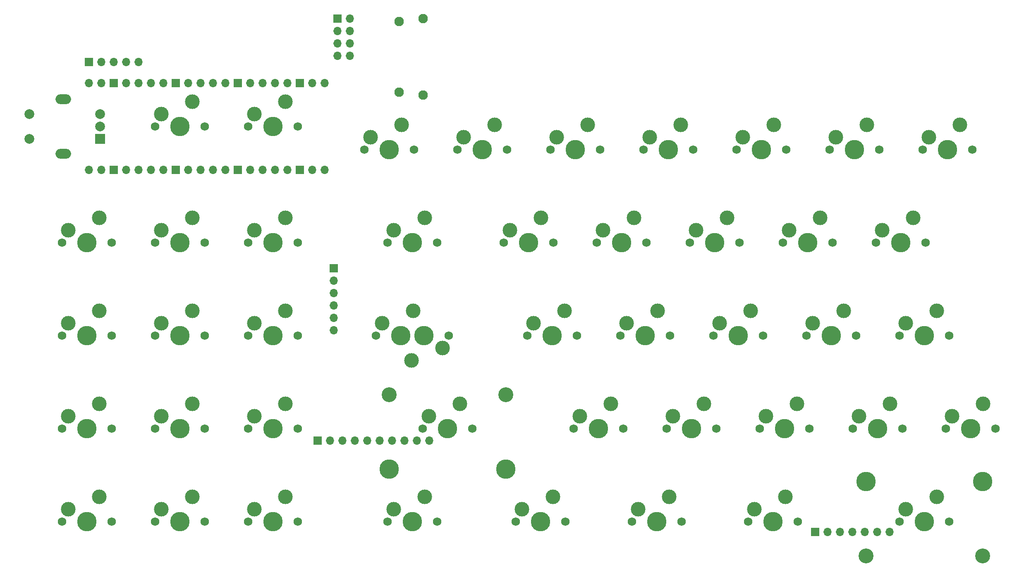
<source format=gts>
%TF.GenerationSoftware,KiCad,Pcbnew,(6.0.5)*%
%TF.CreationDate,2022-07-17T14:54:14-06:00*%
%TF.ProjectId,kb,6b622e6b-6963-4616-945f-706362585858,rev?*%
%TF.SameCoordinates,Original*%
%TF.FileFunction,Soldermask,Top*%
%TF.FilePolarity,Negative*%
%FSLAX46Y46*%
G04 Gerber Fmt 4.6, Leading zero omitted, Abs format (unit mm)*
G04 Created by KiCad (PCBNEW (6.0.5)) date 2022-07-17 14:54:14*
%MOMM*%
%LPD*%
G01*
G04 APERTURE LIST*
%ADD10C,3.987800*%
%ADD11C,1.750000*%
%ADD12C,3.000000*%
%ADD13R,1.700000X1.700000*%
%ADD14O,1.700000X1.700000*%
%ADD15O,3.200000X2.000000*%
%ADD16R,2.000000X2.000000*%
%ADD17C,2.000000*%
%ADD18C,3.048000*%
%ADD19C,1.950000*%
G04 APERTURE END LIST*
D10*
%TO.C,MX22*%
X132556250Y-109537500D03*
D11*
X127476250Y-109537500D03*
D12*
X135096250Y-104457500D03*
D11*
X137636250Y-109537500D03*
D12*
X128746250Y-106997500D03*
%TD*%
D11*
%TO.C,MX14*%
X141763750Y-90487500D03*
X151923750Y-90487500D03*
D10*
X146843750Y-90487500D03*
D12*
X143033750Y-87947500D03*
X149383750Y-85407500D03*
%TD*%
D11*
%TO.C,MX2*%
X80486250Y-66675000D03*
D12*
X71596250Y-64135000D03*
D11*
X70326250Y-66675000D03*
D10*
X75406250Y-66675000D03*
D12*
X77946250Y-61595000D03*
%TD*%
D13*
%TO.C,J6*%
X87884000Y-95758000D03*
D14*
X87884000Y-98298000D03*
X87884000Y-100838000D03*
X87884000Y-103378000D03*
X87884000Y-105918000D03*
X87884000Y-108458000D03*
%TD*%
D11*
%TO.C,MX24*%
X175736250Y-109537500D03*
D10*
X170656250Y-109537500D03*
D11*
X165576250Y-109537500D03*
D12*
X166846250Y-106997500D03*
X173196250Y-104457500D03*
%TD*%
D15*
%TO.C,SW1*%
X32543750Y-61075000D03*
X32543750Y-72275000D03*
D16*
X40043750Y-69175000D03*
D17*
X40043750Y-64175000D03*
X40043750Y-66675000D03*
X25543750Y-64175000D03*
X25543750Y-69175000D03*
%TD*%
D11*
%TO.C,MX34*%
X204311250Y-128587500D03*
D12*
X201771250Y-123507500D03*
D10*
X199231250Y-128587500D03*
D11*
X194151250Y-128587500D03*
D12*
X195421250Y-126047500D03*
%TD*%
D13*
%TO.C,J5*%
X186436000Y-149733000D03*
D14*
X188976000Y-149733000D03*
X191516000Y-149733000D03*
X194056000Y-149733000D03*
X196596000Y-149733000D03*
X199136000Y-149733000D03*
X201676000Y-149733000D03*
%TD*%
D12*
%TO.C,MX15*%
X168433750Y-85407500D03*
D11*
X170973750Y-90487500D03*
X160813750Y-90487500D03*
D12*
X162083750Y-87947500D03*
D10*
X165893750Y-90487500D03*
%TD*%
D11*
%TO.C,MX43*%
X213836250Y-147637500D03*
D18*
X220694250Y-154622500D03*
X196818250Y-154622500D03*
D12*
X204946250Y-145097500D03*
D10*
X220694250Y-139382500D03*
D12*
X211296250Y-142557500D03*
D10*
X196818250Y-139382500D03*
D11*
X203676250Y-147637500D03*
D10*
X208756250Y-147637500D03*
%TD*%
D11*
%TO.C,MX18*%
X32226250Y-109537500D03*
D12*
X39846250Y-104457500D03*
X33496250Y-106997500D03*
D11*
X42386250Y-109537500D03*
D10*
X37306250Y-109537500D03*
%TD*%
D11*
%TO.C,MX7*%
X180498750Y-71437500D03*
X170338750Y-71437500D03*
D10*
X175418750Y-71437500D03*
D12*
X177958750Y-66357500D03*
X171608750Y-68897500D03*
%TD*%
D13*
%TO.C,J3*%
X37782500Y-53467000D03*
D14*
X40322500Y-53467000D03*
X42862500Y-53467000D03*
X45402500Y-53467000D03*
X47942500Y-53467000D03*
%TD*%
D12*
%TO.C,MX26*%
X211296250Y-104457500D03*
D11*
X213836250Y-109537500D03*
D10*
X208756250Y-109537500D03*
D12*
X204946250Y-106997500D03*
D11*
X203676250Y-109537500D03*
%TD*%
%TO.C,MX10*%
X61436250Y-90487500D03*
D12*
X58896250Y-85407500D03*
X52546250Y-87947500D03*
D10*
X56356250Y-90487500D03*
D11*
X51276250Y-90487500D03*
%TD*%
%TO.C,MX11*%
X80486250Y-90487500D03*
X70326250Y-90487500D03*
D12*
X71596250Y-87947500D03*
X77946250Y-85407500D03*
D10*
X75406250Y-90487500D03*
%TD*%
D11*
%TO.C,MX27*%
X32226250Y-128587500D03*
D12*
X33496250Y-126047500D03*
X39846250Y-123507500D03*
D11*
X42386250Y-128587500D03*
D10*
X37306250Y-128587500D03*
%TD*%
D11*
%TO.C,MX25*%
X194786250Y-109537500D03*
D12*
X192246250Y-104457500D03*
D11*
X184626250Y-109537500D03*
D10*
X189706250Y-109537500D03*
D12*
X185896250Y-106997500D03*
%TD*%
%TO.C,MX21*%
X110172500Y-112077500D03*
X103822500Y-114617500D03*
D11*
X111442500Y-109537500D03*
D10*
X106362500Y-109537500D03*
D11*
X101282500Y-109537500D03*
%TD*%
%TO.C,MX37*%
X61436250Y-147637500D03*
X51276250Y-147637500D03*
D12*
X52546250Y-145097500D03*
X58896250Y-142557500D03*
D10*
X56356250Y-147637500D03*
%TD*%
D11*
%TO.C,MX13*%
X132873750Y-90487500D03*
X122713750Y-90487500D03*
D12*
X130333750Y-85407500D03*
X123983750Y-87947500D03*
D10*
X127793750Y-90487500D03*
%TD*%
D12*
%TO.C,MX35*%
X214471250Y-126047500D03*
X220821250Y-123507500D03*
D11*
X213201250Y-128587500D03*
D10*
X218281250Y-128587500D03*
D11*
X223361250Y-128587500D03*
%TD*%
D12*
%TO.C,MX28*%
X58896250Y-123507500D03*
D11*
X51276250Y-128587500D03*
X61436250Y-128587500D03*
D10*
X56356250Y-128587500D03*
D12*
X52546250Y-126047500D03*
%TD*%
D11*
%TO.C,MX21_1*%
X106680000Y-109537500D03*
D10*
X101600000Y-109537500D03*
D12*
X104140000Y-104457500D03*
X97790000Y-106997500D03*
D11*
X96520000Y-109537500D03*
%TD*%
D12*
%TO.C,MX3*%
X101758750Y-66357500D03*
D11*
X94138750Y-71437500D03*
D10*
X99218750Y-71437500D03*
D12*
X95408750Y-68897500D03*
D11*
X104298750Y-71437500D03*
%TD*%
D13*
%TO.C,J4*%
X84587000Y-131064000D03*
D14*
X87127000Y-131064000D03*
X89667000Y-131064000D03*
X92207000Y-131064000D03*
X94747000Y-131064000D03*
X97287000Y-131064000D03*
X99827000Y-131064000D03*
X102367000Y-131064000D03*
X104907000Y-131064000D03*
X107447000Y-131064000D03*
%TD*%
D12*
%TO.C,MX9*%
X39846250Y-85407500D03*
X33496250Y-87947500D03*
D10*
X37306250Y-90487500D03*
D11*
X42386250Y-90487500D03*
X32226250Y-90487500D03*
%TD*%
D12*
%TO.C,MX1*%
X58896250Y-61595000D03*
D11*
X61436250Y-66675000D03*
D12*
X52546250Y-64135000D03*
D11*
X51276250Y-66675000D03*
D10*
X56356250Y-66675000D03*
%TD*%
D12*
%TO.C,MX32*%
X163671250Y-123507500D03*
X157321250Y-126047500D03*
D10*
X161131250Y-128587500D03*
D11*
X156051250Y-128587500D03*
X166211250Y-128587500D03*
%TD*%
D10*
%TO.C,MX40*%
X130175000Y-147637500D03*
D11*
X125095000Y-147637500D03*
D12*
X132715000Y-142557500D03*
D11*
X135255000Y-147637500D03*
D12*
X126365000Y-145097500D03*
%TD*%
%TO.C,MX5*%
X133508750Y-68897500D03*
D10*
X137318750Y-71437500D03*
D12*
X139858750Y-66357500D03*
D11*
X132238750Y-71437500D03*
X142398750Y-71437500D03*
%TD*%
%TO.C,MX39*%
X98901250Y-147637500D03*
D10*
X103981250Y-147637500D03*
D11*
X109061250Y-147637500D03*
D12*
X100171250Y-145097500D03*
X106521250Y-142557500D03*
%TD*%
D11*
%TO.C,MX16*%
X190023750Y-90487500D03*
D10*
X184943750Y-90487500D03*
D12*
X187483750Y-85407500D03*
D11*
X179863750Y-90487500D03*
D12*
X181133750Y-87947500D03*
%TD*%
D11*
%TO.C,MX38*%
X70326250Y-147637500D03*
D10*
X75406250Y-147637500D03*
D11*
X80486250Y-147637500D03*
D12*
X71596250Y-145097500D03*
X77946250Y-142557500D03*
%TD*%
%TO.C,MX31*%
X138271250Y-126047500D03*
D11*
X147161250Y-128587500D03*
X137001250Y-128587500D03*
D12*
X144621250Y-123507500D03*
D10*
X142081250Y-128587500D03*
%TD*%
D11*
%TO.C,MX8*%
X199548750Y-71437500D03*
D10*
X194468750Y-71437500D03*
D11*
X189388750Y-71437500D03*
D12*
X197008750Y-66357500D03*
X190658750Y-68897500D03*
%TD*%
%TO.C,MX41*%
X156527500Y-142557500D03*
D10*
X153987500Y-147637500D03*
D11*
X159067500Y-147637500D03*
X148907500Y-147637500D03*
D12*
X150177500Y-145097500D03*
%TD*%
%TO.C,MX20*%
X71596250Y-106997500D03*
D11*
X70326250Y-109537500D03*
D12*
X77946250Y-104457500D03*
D10*
X75406250Y-109537500D03*
D11*
X80486250Y-109537500D03*
%TD*%
%TO.C,MX17*%
X209073750Y-90487500D03*
D10*
X203993750Y-90487500D03*
D11*
X198913750Y-90487500D03*
D12*
X200183750Y-87947500D03*
X206533750Y-85407500D03*
%TD*%
%TO.C,MX4*%
X114458750Y-68897500D03*
D11*
X123348750Y-71437500D03*
D10*
X118268750Y-71437500D03*
D12*
X120808750Y-66357500D03*
D11*
X113188750Y-71437500D03*
%TD*%
%TO.C,MX42*%
X172720000Y-147637500D03*
X182880000Y-147637500D03*
D12*
X173990000Y-145097500D03*
D10*
X177800000Y-147637500D03*
D12*
X180340000Y-142557500D03*
%TD*%
D13*
%TO.C,J1*%
X88646000Y-44577000D03*
D14*
X91186000Y-44577000D03*
X88646000Y-47117000D03*
X91186000Y-47117000D03*
X88646000Y-49657000D03*
X91186000Y-49657000D03*
X88646000Y-52197000D03*
X91186000Y-52197000D03*
%TD*%
D11*
%TO.C,MX23*%
X156686250Y-109537500D03*
D10*
X151606250Y-109537500D03*
D11*
X146526250Y-109537500D03*
D12*
X147796250Y-106997500D03*
X154146250Y-104457500D03*
%TD*%
%TO.C,MX33*%
X182721250Y-123507500D03*
D11*
X185261250Y-128587500D03*
X175101250Y-128587500D03*
D10*
X180181250Y-128587500D03*
D12*
X176371250Y-126047500D03*
%TD*%
%TO.C,MX36*%
X39846250Y-142557500D03*
X33496250Y-145097500D03*
D11*
X42386250Y-147637500D03*
X32226250Y-147637500D03*
D10*
X37306250Y-147637500D03*
%TD*%
D11*
%TO.C,MX12*%
X109061250Y-90487500D03*
D10*
X103981250Y-90487500D03*
D12*
X106521250Y-85407500D03*
D11*
X98901250Y-90487500D03*
D12*
X100171250Y-87947500D03*
%TD*%
D11*
%TO.C,MX30*%
X116205000Y-128587500D03*
D10*
X111125000Y-128587500D03*
X123063000Y-136842500D03*
D18*
X123063000Y-121602500D03*
D10*
X99187000Y-136842500D03*
D12*
X113665000Y-123507500D03*
X107315000Y-126047500D03*
D18*
X99187000Y-121602500D03*
D11*
X106045000Y-128587500D03*
%TD*%
D10*
%TO.C,MX29*%
X75406250Y-128587500D03*
D12*
X71596250Y-126047500D03*
D11*
X80486250Y-128587500D03*
X70326250Y-128587500D03*
D12*
X77946250Y-123507500D03*
%TD*%
D10*
%TO.C,MX19*%
X56356250Y-109537500D03*
D11*
X61436250Y-109537500D03*
X51276250Y-109537500D03*
D12*
X52546250Y-106997500D03*
X58896250Y-104457500D03*
%TD*%
D11*
%TO.C,MX6*%
X151288750Y-71437500D03*
D12*
X152558750Y-68897500D03*
D11*
X161448750Y-71437500D03*
D12*
X158908750Y-66357500D03*
D10*
X156368750Y-71437500D03*
%TD*%
D12*
%TO.C,MX44*%
X216058750Y-66357500D03*
D10*
X213518750Y-71437500D03*
D12*
X209708750Y-68897500D03*
D11*
X218598750Y-71437500D03*
X208438750Y-71437500D03*
%TD*%
D14*
%TO.C,U1*%
X37782500Y-57785000D03*
X40322500Y-57785000D03*
D13*
X42862500Y-57785000D03*
D14*
X45402500Y-57785000D03*
X47942500Y-57785000D03*
X50482500Y-57785000D03*
X53022500Y-57785000D03*
D13*
X55562500Y-57785000D03*
D14*
X58102500Y-57785000D03*
X60642500Y-57785000D03*
X63182500Y-57785000D03*
X65722500Y-57785000D03*
D13*
X68262500Y-57785000D03*
D14*
X70802500Y-57785000D03*
X73342500Y-57785000D03*
X75882500Y-57785000D03*
X78422500Y-57785000D03*
D13*
X80962500Y-57785000D03*
D14*
X83502500Y-57785000D03*
X86042500Y-57785000D03*
X86042500Y-75565000D03*
X83502500Y-75565000D03*
D13*
X80962500Y-75565000D03*
D14*
X78422500Y-75565000D03*
X75882500Y-75565000D03*
X73342500Y-75565000D03*
X70802500Y-75565000D03*
D13*
X68262500Y-75565000D03*
D14*
X65722500Y-75565000D03*
X63182500Y-75565000D03*
X60642500Y-75565000D03*
X58102500Y-75565000D03*
D13*
X55562500Y-75565000D03*
D14*
X53022500Y-75565000D03*
X50482500Y-75565000D03*
X47942500Y-75565000D03*
X45402500Y-75565000D03*
D13*
X42862500Y-75565000D03*
D14*
X40322500Y-75565000D03*
X37782500Y-75565000D03*
%TD*%
D19*
%TO.C,J2*%
X101240750Y-59637500D03*
X101240750Y-45137500D03*
X106140750Y-44537500D03*
X106140750Y-60237500D03*
%TD*%
M02*

</source>
